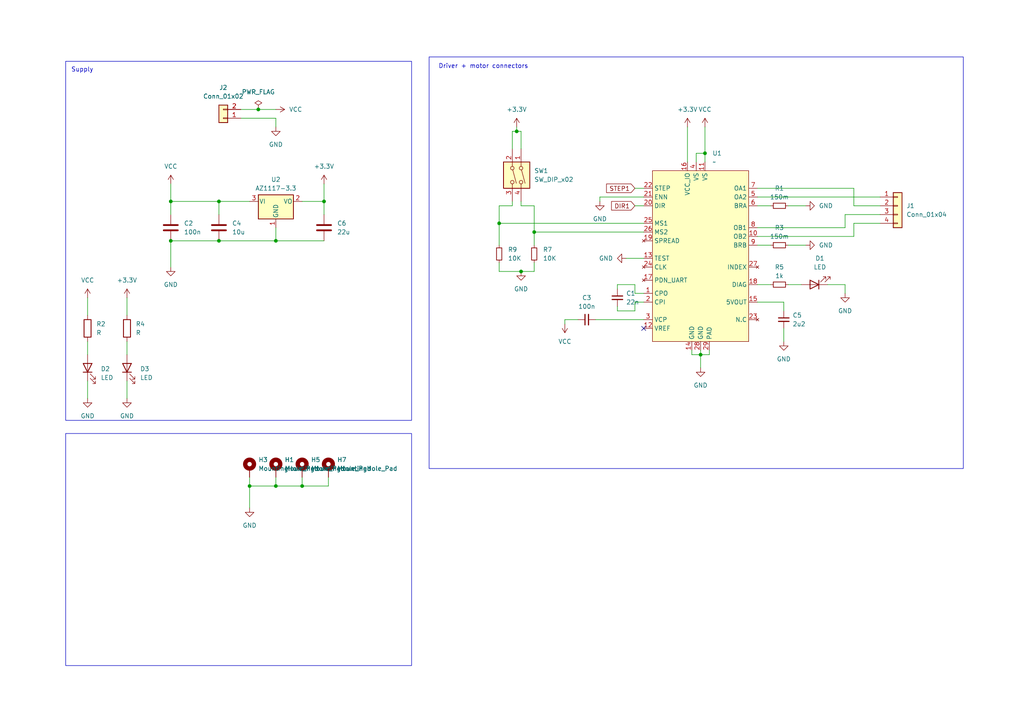
<source format=kicad_sch>
(kicad_sch (version 20250114) (generator "eeschema") (generator_version "9.0")
  (paper "A4")
  (title_block (title "Flynn") (date "21/01/2026"))
  (lib_symbols
    (symbol "Connector_Generic:Conn_01x02" (pin_names (offset 1.016) (hide yes))
      (property "Reference" "J" (at 0 2.54 0))
      (property "Value" "Conn_01x02" (at 0 -5.08 0))
      (symbol "Conn_01x02_1_1"
        (rectangle (start -1.27 1.27) (end 1.27 -3.81) (stroke (width 0.254)) (fill (type background)))
        (rectangle (start -1.27 0.127) (end 0 -0.127) (stroke (width 0.1524)))
        (rectangle (start -1.27 -2.413) (end 0 -2.667) (stroke (width 0.1524)))
        (pin passive line (at -5.08 0 0) (length 3.81) (name "Pin_1") (number "1"))
        (pin passive line (at -5.08 -2.54 0) (length 3.81) (name "Pin_2") (number "2"))
      )
    )
    (symbol "Connector_Generic:Conn_01x04" (pin_names (offset 1.016) (hide yes))
      (property "Reference" "J" (at 0 5.08 0))
      (property "Value" "Conn_01x04" (at 0 -7.62 0))
      (symbol "Conn_01x04_1_1"
        (rectangle (start -1.27 3.81) (end 1.27 -6.35) (stroke (width 0.254)) (fill (type background)))
        (rectangle (start -1.27 2.667) (end 0 2.413) (stroke (width 0.1524)))
        (rectangle (start -1.27 0.127) (end 0 -0.127) (stroke (width 0.1524)))
        (rectangle (start -1.27 -2.413) (end 0 -2.667) (stroke (width 0.1524)))
        (rectangle (start -1.27 -4.953) (end 0 -5.207) (stroke (width 0.1524)))
        (pin passive line (at -5.08 2.54 0) (length 3.81) (name "Pin_1") (number "1"))
        (pin passive line (at -5.08 0 0) (length 3.81) (name "Pin_2") (number "2"))
        (pin passive line (at -5.08 -2.54 0) (length 3.81) (name "Pin_3") (number "3"))
        (pin passive line (at -5.08 -5.08 0) (length 3.81) (name "Pin_4") (number "4"))
      )
    )
    (symbol "Device:C" (pin_numbers (hide yes)) (pin_names (offset 0.254))
      (property "Reference" "C" (at 0.635 2.54 0))
      (property "Value" "C" (at 0.635 -2.54 0))
      (symbol "C_0_1"
        (polyline (pts (xy -2.032 0.762) (xy 2.032 0.762)) (stroke (width 0.508)))
        (polyline (pts (xy -2.032 -0.762) (xy 2.032 -0.762)) (stroke (width 0.508)))
      )
      (symbol "C_1_1"
        (pin passive line (at 0 3.81 270) (length 2.794) (name "~") (number "1"))
        (pin passive line (at 0 -3.81 90) (length 2.794) (name "~") (number "2"))
      )
    )
    (symbol "Device:C_Small" (pin_numbers (hide yes)) (pin_names (offset 0.254) (hide yes))
      (property "Reference" "C" (at 0.254 1.778 0))
      (property "Value" "C_Small" (at 0.254 -2.032 0))
      (symbol "C_Small_0_1"
        (polyline (pts (xy -1.524 0.508) (xy 1.524 0.508)) (stroke (width 0.3048)))
        (polyline (pts (xy -1.524 -0.508) (xy 1.524 -0.508)) (stroke (width 0.3302)))
      )
      (symbol "C_Small_1_1"
        (pin passive line (at 0 2.54 270) (length 2.032) (name "~") (number "1"))
        (pin passive line (at 0 -2.54 90) (length 2.032) (name "~") (number "2"))
      )
    )
    (symbol "Device:LED" (pin_numbers (hide yes)) (pin_names (offset 1.016) (hide yes))
      (property "Reference" "D" (at 0 2.54 0))
      (property "Value" "LED" (at 0 -2.54 0))
      (symbol "LED_0_1"
        (polyline (pts (xy -3.048 -0.762) (xy -4.572 -2.286) (xy -3.81 -2.286) (xy -4.572 -2.286) (xy -4.572 -1.524)))
        (polyline (pts (xy -1.778 -0.762) (xy -3.302 -2.286) (xy -2.54 -2.286) (xy -3.302 -2.286) (xy -3.302 -1.524)))
        (polyline (pts (xy -1.27 0) (xy 1.27 0)))
        (polyline (pts (xy -1.27 -1.27) (xy -1.27 1.27)) (stroke (width 0.254)))
        (polyline (pts (xy 1.27 -1.27) (xy 1.27 1.27) (xy -1.27 0) (xy 1.27 -1.27)) (stroke (width 0.254)))
      )
      (symbol "LED_1_1"
        (pin passive line (at -3.81 0 0) (length 2.54) (name "K") (number "1"))
        (pin passive line (at 3.81 0 180) (length 2.54) (name "A") (number "2"))
      )
    )
    (symbol "Device:R" (pin_numbers (hide yes)) (pin_names (offset 0))
      (property "Reference" "R" (at 2.032 0 90))
      (property "Value" "R" (at 0 0 90))
      (symbol "R_0_1"
        (rectangle (start -1.016 -2.54) (end 1.016 2.54) (stroke (width 0.254)))
      )
      (symbol "R_1_1"
        (pin passive line (at 0 3.81 270) (length 1.27) (name "~") (number "1"))
        (pin passive line (at 0 -3.81 90) (length 1.27) (name "~") (number "2"))
      )
    )
    (symbol "Device:R_Small" (pin_numbers (hide yes)) (pin_names (offset 0.254) (hide yes))
      (property "Reference" "R" (at 0.762 0.508 0))
      (property "Value" "R_Small" (at 0.762 -1.016 0))
      (symbol "R_Small_0_1"
        (rectangle (start -0.762 1.778) (end 0.762 -1.778) (stroke (width 0.2032)))
      )
      (symbol "R_Small_1_1"
        (pin passive line (at 0 2.54 270) (length 0.762) (name "~") (number "1"))
        (pin passive line (at 0 -2.54 90) (length 0.762) (name "~") (number "2"))
      )
    )
    (symbol "Mechanical:MountingHole_Pad" (pin_numbers (hide yes)) (pin_names (offset 1.016) (hide yes))
      (property "Reference" "H" (at 0 6.35 0))
      (property "Value" "MountingHole_Pad" (at 0 4.445 0))
      (symbol "MountingHole_Pad_0_1"
        (circle (center 0 1.27) (radius 1.27) (stroke (width 1.27)))
      )
      (symbol "MountingHole_Pad_1_1"
        (pin input line (at 0 -2.54 90) (length 2.54) (name "1") (number "1"))
      )
    )
    (symbol "Regulator_Linear:AZ1117-3.3" (pin_names (offset 0.254))
      (property "Reference" "U" (at -3.81 3.175 0))
      (property "Value" "AZ1117-3.3" (at 0 3.175 0))
      (symbol "AZ1117-3.3_0_1"
        (rectangle (start -5.08 1.905) (end 5.08 -5.08) (stroke (width 0.254)) (fill (type background)))
      )
      (symbol "AZ1117-3.3_1_1"
        (pin power_in line (at -7.62 0 0) (length 2.54) (name "VI") (number "3"))
        (pin power_in line (at 0 -7.62 90) (length 2.54) (name "GND") (number "1"))
        (pin power_out line (at 7.62 0 180) (length 2.54) (name "VO") (number "2"))
      )
    )
    (symbol "Switch:SW_DIP_x02" (pin_names (offset 0) (hide yes))
      (property "Reference" "SW" (at 0 6.35 0))
      (property "Value" "SW_DIP_x02" (at 0 -3.81 0))
      (symbol "SW_DIP_x02_0_0"
        (circle (center -2.032 2.54) (radius 0.508))
        (circle (center -2.032 0) (radius 0.508))
        (polyline (pts (xy -1.524 2.667) (xy 2.3622 3.7084)))
        (polyline (pts (xy -1.524 0.127) (xy 2.3622 1.1684)))
        (circle (center 2.032 2.54) (radius 0.508))
        (circle (center 2.032 0) (radius 0.508))
      )
      (symbol "SW_DIP_x02_0_1"
        (rectangle (start -3.81 5.08) (end 3.81 -2.54) (stroke (width 0.254)) (fill (type background)))
      )
      (symbol "SW_DIP_x02_1_1"
        (pin passive line (at -7.62 2.54 0) (length 5.08) (name "~") (number "1"))
        (pin passive line (at -7.62 0 0) (length 5.08) (name "~") (number "2"))
        (pin passive line (at 7.62 2.54 180) (length 5.08) (name "~") (number "4"))
        (pin passive line (at 7.62 0 180) (length 5.08) (name "~") (number "3"))
      )
    )
    (symbol "my_lib:TMC2225"
      (property "Reference" "U" (at 13.462 45.212 0))
      (symbol "TMC2225_1_1"
        (rectangle (start -5.08 41.91) (end 22.86 -7.62) (fill (type color) (color 255 255 194 1)))
        (pin input line (at -7.62 36.83 0) (length 2.54) (name "STEP") (number "22"))
        (pin input line (at -7.62 34.29 0) (length 2.54) (name "ENN") (number "21"))
        (pin input line (at -7.62 31.75 0) (length 2.54) (name "DIR") (number "20"))
        (pin input line (at -7.62 26.67 0) (length 2.54) (name "MS1") (number "25"))
        (pin input line (at -7.62 24.13 0) (length 2.54) (name "MS2") (number "26"))
        (pin no_connect line (at -7.62 21.59 0) (length 2.54) (name "SPREAD") (number "19"))
        (pin input line (at -7.62 16.51 0) (length 2.54) (name "TEST") (number "13"))
        (pin no_connect line (at -7.62 13.97 0) (length 2.54) (name "CLK") (number "24"))
        (pin no_connect line (at -7.62 10.16 0) (length 2.54) (name "PDN_UART") (number "17"))
        (pin passive line (at -7.62 6.35 0) (length 2.54) (name "CPO") (number "1"))
        (pin passive line (at -7.62 3.81 0) (length 2.54) (name "CPI") (number "2"))
        (pin passive line (at -7.62 -1.27 0) (length 2.54) (name "VCP") (number "3"))
        (pin input line (at -7.62 -3.81 0) (length 2.54) (name "VREF") (number "12"))
        (pin input line (at 5.08 44.45 270) (length 2.54) (name "VCC_IO") (number "16"))
        (pin input line (at 6.35 -10.16 90) (length 2.54) (name "GND") (number "14"))
        (pin input line (at 7.62 44.45 270) (length 2.54) (name "VS") (number "4"))
        (pin input line (at 8.89 -10.16 90) (length 2.54) (name "GND") (number "28"))
        (pin input line (at 10.16 44.45 270) (length 2.54) (name "VS") (number "11"))
        (pin input line (at 11.43 -10.16 90) (length 2.54) (name "PAD") (number "29"))
        (pin output line (at 25.4 36.83 180) (length 2.54) (name "OA1") (number "7"))
        (pin output line (at 25.4 34.29 180) (length 2.54) (name "OA2") (number "5"))
        (pin output line (at 25.4 31.75 180) (length 2.54) (name "BRA") (number "6"))
        (pin output line (at 25.4 25.4 180) (length 2.54) (name "OB1") (number "8"))
        (pin output line (at 25.4 22.86 180) (length 2.54) (name "OB2") (number "10"))
        (pin output line (at 25.4 20.32 180) (length 2.54) (name "BRB") (number "9"))
        (pin no_connect line (at 25.4 13.97 180) (length 2.54) (name "INDEX") (number "27"))
        (pin output line (at 25.4 8.89 180) (length 2.54) (name "DIAG") (number "18"))
        (pin passive line (at 25.4 3.81 180) (length 2.54) (name "5VOUT") (number "15"))
        (pin no_connect line (at 25.4 -1.27 180) (length 2.54) (name "N.C") (number "23"))
      )
    )
    (symbol "power:+3.3V" (power) (pin_names (offset 0))
      (property "Value" "+3.3V" (at 0 3.556 0))
      (symbol "+3.3V_0_1"
        (polyline (pts (xy -0.762 1.27) (xy 0 2.54)))
        (polyline (pts (xy 0 2.54) (xy 0.762 1.27)))
        (polyline (pts (xy 0 0) (xy 0 2.54)))
      )
      (symbol "+3.3V_1_1"
        (pin power_in line (at 0 0 90) (length 0) (hide yes) (name "+3.3V") (number "1"))
      )
    )
    (symbol "power:GND" (power) (pin_names (offset 0))
      (property "Value" "GND" (at 0 -3.81 0))
      (symbol "GND_0_1"
        (polyline (pts (xy 0 0) (xy 0 -1.27) (xy 1.27 -1.27) (xy 0 -2.54) (xy -1.27 -1.27) (xy 0 -1.27)))
      )
      (symbol "GND_1_1"
        (pin power_in line (at 0 0 270) (length 0) (hide yes) (name "GND") (number "1"))
      )
    )
    (symbol "power:PWR_FLAG" (power) (pin_numbers (hide yes)) (pin_names (offset 0) (hide yes))
      (property "Value" "PWR_FLAG" (at 0 3.81 0))
      (symbol "PWR_FLAG_0_0"
        (pin power_out line (at 0 0 90) (length 0) (name "pwr") (number "1"))
      )
      (symbol "PWR_FLAG_0_1"
        (polyline (pts (xy 0 0) (xy 0 1.27) (xy -1.016 1.905) (xy 0 2.54) (xy 1.016 1.905) (xy 0 1.27)))
      )
    )
    (symbol "power:VCC" (power) (pin_names (offset 0))
      (property "Value" "VCC" (at 0 3.81 0))
      (symbol "VCC_0_1"
        (polyline (pts (xy -0.762 1.27) (xy 0 2.54)))
        (polyline (pts (xy 0 2.54) (xy 0.762 1.27)))
        (polyline (pts (xy 0 0) (xy 0 2.54)))
      )
      (symbol "VCC_1_1"
        (pin power_in line (at 0 0 90) (length 0) (hide yes) (name "VCC") (number "1"))
      )
    )
  )
  (rectangle (start 124.46 16.51) (end 279.4 135.89))
  (rectangle (start 19.05 125.73) (end 119.38 193.04))
  (rectangle (start 19.05 17.78) (end 119.38 121.92))
  (text "Driver + motor connectors\n" (at 140.208 19.304 0) (effects (font (size 1.27 1.27))))
  (text "Supply\n" (at 23.876 20.32 0) (effects (font (size 1.27 1.27))))
  (junction (at 203.2 102.87))
  (junction (at 74.93 31.75))
  (junction (at 87.63 140.97))
  (junction (at 80.01 69.85))
  (junction (at 151.13 78.74))
  (junction (at 144.78 64.77))
  (junction (at 154.94 67.31))
  (junction (at 49.53 69.85))
  (junction (at 63.5 69.85))
  (junction (at 80.01 140.97))
  (junction (at 49.53 58.42))
  (junction (at 63.5 58.42))
  (junction (at 204.47 44.45))
  (junction (at 72.39 140.97))
  (junction (at 93.98 58.42))
  (junction (at 149.86 38.1))
  (no_connect (at 186.69 95.25))
  (wire (pts (xy 36.83 110.49) (xy 36.83 115.57)))
  (wire (pts (xy 186.69 57.15) (xy 173.99 57.15)))
  (wire (pts (xy 93.98 58.42) (xy 93.98 62.23)))
  (wire (pts (xy 151.13 38.1) (xy 149.86 38.1)))
  (wire (pts (xy 49.53 58.42) (xy 49.53 62.23)))
  (wire (pts (xy 219.71 66.04) (xy 245.11 66.04)))
  (wire (pts (xy 219.71 57.15) (xy 255.27 57.15)))
  (wire (pts (xy 247.65 59.69) (xy 255.27 59.69)))
  (wire (pts (xy 201.93 46.99) (xy 201.93 44.45)))
  (wire (pts (xy 80.01 69.85) (xy 93.98 69.85)))
  (wire (pts (xy 154.94 67.31) (xy 154.94 59.69)))
  (wire (pts (xy 148.59 38.1) (xy 149.86 38.1)))
  (wire (pts (xy 63.5 69.85) (xy 80.01 69.85)))
  (wire (pts (xy 49.53 69.85) (xy 49.53 77.47)))
  (wire (pts (xy 186.69 87.63) (xy 184.15 87.63)))
  (wire (pts (xy 204.47 36.83) (xy 204.47 44.45)))
  (wire (pts (xy 205.74 101.6) (xy 205.74 102.87)))
  (wire (pts (xy 25.4 86.36) (xy 25.4 91.44)))
  (wire (pts (xy 219.71 59.69) (xy 223.52 59.69)))
  (wire (pts (xy 228.6 71.12) (xy 233.68 71.12)))
  (wire (pts (xy 201.93 44.45) (xy 204.47 44.45)))
  (wire (pts (xy 186.69 85.09) (xy 184.15 85.09)))
  (wire (pts (xy 149.86 38.1) (xy 149.86 36.83)))
  (wire (pts (xy 144.78 64.77) (xy 144.78 59.69)))
  (wire (pts (xy 154.94 59.69) (xy 151.13 59.69)))
  (wire (pts (xy 228.6 59.69) (xy 233.68 59.69)))
  (wire (pts (xy 25.4 110.49) (xy 25.4 115.57)))
  (wire (pts (xy 151.13 43.18) (xy 151.13 38.1)))
  (wire (pts (xy 87.63 58.42) (xy 93.98 58.42)))
  (wire (pts (xy 144.78 59.69) (xy 148.59 59.69)))
  (wire (pts (xy 199.39 36.83) (xy 199.39 46.99)))
  (wire (pts (xy 179.07 88.9) (xy 179.07 90.17)))
  (wire (pts (xy 80.01 140.97) (xy 87.63 140.97)))
  (wire (pts (xy 204.47 44.45) (xy 204.47 46.99)))
  (wire (pts (xy 179.07 82.55) (xy 179.07 83.82)))
  (wire (pts (xy 228.6 82.55) (xy 232.41 82.55)))
  (wire (pts (xy 95.25 138.43) (xy 95.25 140.97)))
  (wire (pts (xy 25.4 99.06) (xy 25.4 102.87)))
  (wire (pts (xy 87.63 138.43) (xy 87.63 140.97)))
  (wire (pts (xy 247.65 54.61) (xy 247.65 59.69)))
  (wire (pts (xy 184.15 85.09) (xy 184.15 82.55)))
  (wire (pts (xy 181.61 74.93) (xy 186.69 74.93)))
  (wire (pts (xy 184.15 90.17) (xy 179.07 90.17)))
  (wire (pts (xy 63.5 58.42) (xy 49.53 58.42)))
  (wire (pts (xy 151.13 59.69) (xy 151.13 58.42)))
  (wire (pts (xy 144.78 76.2) (xy 144.78 78.74)))
  (wire (pts (xy 167.64 92.71) (xy 163.83 92.71)))
  (wire (pts (xy 80.01 66.04) (xy 80.01 69.85)))
  (wire (pts (xy 154.94 78.74) (xy 154.94 76.2)))
  (wire (pts (xy 36.83 99.06) (xy 36.83 102.87)))
  (wire (pts (xy 205.74 102.87) (xy 203.2 102.87)))
  (wire (pts (xy 80.01 140.97) (xy 72.39 140.97)))
  (wire (pts (xy 200.66 101.6) (xy 200.66 102.87)))
  (wire (pts (xy 184.15 59.69) (xy 186.69 59.69)))
  (wire (pts (xy 173.99 57.15) (xy 173.99 58.42)))
  (wire (pts (xy 72.39 58.42) (xy 63.5 58.42)))
  (wire (pts (xy 72.39 140.97) (xy 72.39 147.32)))
  (wire (pts (xy 172.72 92.71) (xy 186.69 92.71)))
  (wire (pts (xy 49.53 58.42) (xy 49.53 53.34)))
  (wire (pts (xy 245.11 66.04) (xy 245.11 62.23)))
  (wire (pts (xy 49.53 69.85) (xy 63.5 69.85)))
  (wire (pts (xy 144.78 78.74) (xy 151.13 78.74)))
  (wire (pts (xy 144.78 71.12) (xy 144.78 64.77)))
  (wire (pts (xy 227.33 95.25) (xy 227.33 99.06)))
  (wire (pts (xy 63.5 58.42) (xy 63.5 62.23)))
  (wire (pts (xy 245.11 62.23) (xy 255.27 62.23)))
  (wire (pts (xy 184.15 82.55) (xy 179.07 82.55)))
  (wire (pts (xy 80.01 34.29) (xy 80.01 36.83)))
  (wire (pts (xy 80.01 138.43) (xy 80.01 140.97)))
  (wire (pts (xy 87.63 140.97) (xy 95.25 140.97)))
  (wire (pts (xy 151.13 78.74) (xy 154.94 78.74)))
  (wire (pts (xy 148.59 43.18) (xy 148.59 38.1)))
  (wire (pts (xy 245.11 82.55) (xy 245.11 85.09)))
  (wire (pts (xy 72.39 138.43) (xy 72.39 140.97)))
  (wire (pts (xy 93.98 58.42) (xy 93.98 53.34)))
  (wire (pts (xy 219.71 82.55) (xy 223.52 82.55)))
  (wire (pts (xy 247.65 68.58) (xy 247.65 64.77)))
  (wire (pts (xy 184.15 54.61) (xy 186.69 54.61)))
  (wire (pts (xy 184.15 87.63) (xy 184.15 90.17)))
  (wire (pts (xy 36.83 86.36) (xy 36.83 91.44)))
  (wire (pts (xy 240.03 82.55) (xy 245.11 82.55)))
  (wire (pts (xy 154.94 67.31) (xy 186.69 67.31)))
  (wire (pts (xy 203.2 102.87) (xy 203.2 106.68)))
  (wire (pts (xy 227.33 87.63) (xy 227.33 90.17)))
  (wire (pts (xy 163.83 92.71) (xy 163.83 93.98)))
  (wire (pts (xy 219.71 87.63) (xy 227.33 87.63)))
  (wire (pts (xy 200.66 102.87) (xy 203.2 102.87)))
  (wire (pts (xy 154.94 71.12) (xy 154.94 67.31)))
  (wire (pts (xy 203.2 102.87) (xy 203.2 101.6)))
  (wire (pts (xy 148.59 59.69) (xy 148.59 58.42)))
  (wire (pts (xy 144.78 64.77) (xy 186.69 64.77)))
  (wire (pts (xy 69.85 34.29) (xy 80.01 34.29)))
  (wire (pts (xy 219.71 54.61) (xy 247.65 54.61)))
  (wire (pts (xy 69.85 31.75) (xy 74.93 31.75)))
  (wire (pts (xy 247.65 64.77) (xy 255.27 64.77)))
  (wire (pts (xy 74.93 31.75) (xy 80.01 31.75)))
  (wire (pts (xy 219.71 68.58) (xy 247.65 68.58)))
  (wire (pts (xy 219.71 71.12) (xy 223.52 71.12)))
  (global_label "DIR1" (shape input) (at 184.15 59.69 180) (property "Intersheetrefs" "${INTERSHEET_REFS}" (effects (hide yes))))
  (global_label "STEP1" (shape input) (at 184.15 54.61 180) (property "Intersheetrefs" "${INTERSHEET_REFS}" (effects (hide yes))))
  (symbol (lib_id "power:GND") (at 233.68 71.12 90) (unit 1)
    (property "Reference" "#PWR013" (effects (hide yes)))
    (property "Value" "GND" (at 237.49 71.1199 90) (effects (justify right)))
    (property "Description" "Power symbol creates a global label with name \"GND\" , ground" (effects (hide yes)))
  )
  (symbol (lib_id "Device:C") (at 93.98 66.04 0) (unit 1)
    (property "Reference" "C6" (at 97.79 64.7699 0) (effects (justify left)))
    (property "Value" "22u" (at 97.79 67.3099 0) (effects (justify left)))
    (property "Description" "Unpolarized capacitor" (effects (hide yes)))
  )
  (symbol (lib_id "power:VCC") (at 204.47 36.83 0) (unit 1)
    (property "Reference" "#PWR07" (effects (hide yes)))
    (property "Value" "VCC" (at 204.47 31.75 0))
    (property "Description" "Power symbol creates a global label with name \"VCC\"" (effects (hide yes)))
  )
  (symbol (lib_id "Connector_Generic:Conn_01x04") (at 260.35 59.69 0) (unit 1)
    (property "Reference" "J1" (at 262.89 59.6899 0) (effects (justify left)))
    (property "Value" "Conn_01x04" (at 262.89 62.2299 0) (effects (justify left)))
    (property "Description" "Generic connector, single row, 01x04, script generated (kicad-library-utils/schlib/autogen/connector/)" (effects (hide yes)))
  )
  (symbol (lib_id "Device:C_Small") (at 227.33 92.71 0) (unit 1)
    (property "Reference" "C5" (at 229.87 91.4462 0) (effects (justify left)))
    (property "Value" "2u2" (at 229.87 93.9862 0) (effects (justify left)))
    (property "Description" "Unpolarized capacitor, small symbol" (effects (hide yes)))
  )
  (symbol (lib_id "power:GND") (at 233.68 59.69 90) (unit 1)
    (property "Reference" "#PWR011" (effects (hide yes)))
    (property "Value" "GND" (at 237.49 59.6899 90) (effects (justify right)))
    (property "Description" "Power symbol creates a global label with name \"GND\" , ground" (effects (hide yes)))
  )
  (symbol (lib_id "power:+3.3V") (at 36.83 86.36 0) (unit 1)
    (property "Reference" "#PWR018" (effects (hide yes)))
    (property "Value" "+3.3V" (at 36.83 81.28 0))
    (property "Description" "Power symbol creates a global label with name \"+3.3V\"" (effects (hide yes)))
  )
  (symbol (lib_id "power:GND") (at 173.99 58.42 0) (unit 1)
    (property "Reference" "#PWR01" (effects (hide yes)))
    (property "Value" "GND" (at 173.99 63.5 0))
    (property "Description" "Power symbol creates a global label with name \"GND\" , ground" (effects (hide yes)))
  )
  (symbol (lib_id "Device:LED") (at 36.83 106.68 90) (unit 1)
    (property "Reference" "D3" (at 40.64 106.9974 90) (effects (justify right)))
    (property "Value" "LED" (at 40.64 109.5374 90) (effects (justify right)))
    (property "Description" "Light emitting diode" (effects (hide yes)))
  )
  (symbol (lib_id "power:+3.3V") (at 149.86 36.83 0) (unit 1)
    (property "Reference" "#PWR023" (effects (hide yes)))
    (property "Value" "+3.3V" (at 149.86 31.75 0))
    (property "Description" "Power symbol creates a global label with name \"+3.3V\"" (effects (hide yes)))
  )
  (symbol (lib_id "power:VCC") (at 80.01 31.75 270) (unit 1)
    (property "Reference" "#PWR08" (effects (hide yes)))
    (property "Value" "VCC" (at 83.82 31.7499 90) (effects (justify left)))
    (property "Description" "Power symbol creates a global label with name \"VCC\"" (effects (hide yes)))
  )
  (symbol (lib_id "power:GND") (at 245.11 85.09 0) (unit 1)
    (property "Reference" "#PWR015" (effects (hide yes)))
    (property "Value" "GND" (at 245.11 90.17 0))
    (property "Description" "Power symbol creates a global label with name \"GND\" , ground" (effects (hide yes)))
  )
  (symbol (lib_id "power:VCC") (at 49.53 53.34 0) (unit 1)
    (property "Reference" "#PWR04" (effects (hide yes)))
    (property "Value" "VCC" (at 49.53 48.26 0))
    (property "Description" "Power symbol creates a global label with name \"VCC\"" (effects (hide yes)))
  )
  (symbol (lib_id "Device:R") (at 25.4 95.25 0) (unit 1)
    (property "Reference" "R2" (at 27.94 93.9799 0) (effects (justify left)))
    (property "Value" "R" (at 27.94 96.5199 0) (effects (justify left)))
    (property "Description" "Resistor" (effects (hide yes)))
  )
  (symbol (lib_id "power:GND") (at 25.4 115.57 0) (unit 1)
    (property "Reference" "#PWR012" (effects (hide yes)))
    (property "Value" "GND" (at 25.4 120.65 0))
    (property "Description" "Power symbol creates a global label with name \"GND\" , ground" (effects (hide yes)))
  )
  (symbol (lib_id "my_lib:TMC2225") (at 194.31 91.44 0) (unit 1)
    (property "Reference" "U1" (at 206.6133 44.45 0) (effects (justify left)))
    (property "Value" "~" (at 206.6133 46.99 0) (effects (justify left)))
  )
  (symbol (lib_id "Device:C") (at 49.53 66.04 0) (unit 1)
    (property "Reference" "C2" (at 53.34 64.7699 0) (effects (justify left)))
    (property "Value" "100n" (at 53.34 67.3099 0) (effects (justify left)))
    (property "Description" "Unpolarized capacitor" (effects (hide yes)))
  )
  (symbol (lib_id "power:GND") (at 203.2 106.68 0) (unit 1)
    (property "Reference" "#PWR019" (effects (hide yes)))
    (property "Value" "GND" (at 203.2 111.76 0))
    (property "Description" "Power symbol creates a global label with name \"GND\" , ground" (effects (hide yes)))
  )
  (symbol (lib_id "Device:C_Small") (at 170.18 92.71 90) (unit 1)
    (property "Reference" "C3" (at 170.1863 86.36 90))
    (property "Value" "100n" (at 170.1863 88.9 90))
    (property "Description" "Unpolarized capacitor, small symbol" (effects (hide yes)))
  )
  (symbol (lib_id "Device:R") (at 36.83 95.25 0) (unit 1)
    (property "Reference" "R4" (at 39.37 93.9799 0) (effects (justify left)))
    (property "Value" "R" (at 39.37 96.5199 0) (effects (justify left)))
    (property "Description" "Resistor" (effects (hide yes)))
  )
  (symbol (lib_id "Device:C_Small") (at 179.07 86.36 0) (unit 1)
    (property "Reference" "C1" (at 181.61 85.0962 0) (effects (justify left)))
    (property "Value" "22n" (at 181.61 87.6362 0) (effects (justify left)))
    (property "Description" "Unpolarized capacitor, small symbol" (effects (hide yes)))
  )
  (symbol (lib_id "Mechanical:MountingHole_Pad") (at 72.39 135.89 0) (unit 1)
    (property "Reference" "H3" (at 74.93 133.3499 0) (effects (justify left)))
    (property "Value" "MountingHole_Pad" (at 74.93 135.8899 0) (effects (justify left)))
    (property "Description" "Mounting Hole with connection" (effects (hide yes)))
  )
  (symbol (lib_id "Mechanical:MountingHole_Pad") (at 95.25 135.89 0) (unit 1)
    (property "Reference" "H7" (at 97.79 133.3499 0) (effects (justify left)))
    (property "Value" "MountingHole_Pad" (at 97.79 135.8899 0) (effects (justify left)))
    (property "Description" "Mounting Hole with connection" (effects (hide yes)))
  )
  (symbol (lib_id "Switch:SW_DIP_x02") (at 148.59 50.8 270) (unit 1)
    (property "Reference" "SW1" (at 154.94 49.5299 90) (effects (justify left)))
    (property "Value" "SW_DIP_x02" (at 154.94 52.0699 90) (effects (justify left)))
    (property "Description" "2x DIP Switch, Single Pole Single Throw (SPST) switch, small symbol" (effects (hide yes)))
  )
  (symbol (lib_id "Device:R_Small") (at 226.06 71.12 90) (unit 1)
    (property "Reference" "R3" (at 226.06 66.04 90))
    (property "Value" "150m" (at 226.06 68.58 90))
    (property "Description" "Resistor, small symbol" (effects (hide yes)))
  )
  (symbol (lib_id "power:+3.3V") (at 93.98 53.34 0) (unit 1)
    (property "Reference" "#PWR06" (effects (hide yes)))
    (property "Value" "+3.3V" (at 93.98 48.26 0))
    (property "Description" "Power symbol creates a global label with name \"+3.3V\"" (effects (hide yes)))
  )
  (symbol (lib_id "power:GND") (at 72.39 147.32 0) (unit 1)
    (property "Reference" "#PWR045" (effects (hide yes)))
    (property "Value" "GND" (at 72.39 152.4 0))
    (property "Description" "Power symbol creates a global label with name \"GND\" , ground" (effects (hide yes)))
  )
  (symbol (lib_id "Mechanical:MountingHole_Pad") (at 87.63 135.89 0) (unit 1)
    (property "Reference" "H5" (at 90.17 133.3499 0) (effects (justify left)))
    (property "Value" "MountingHole_Pad" (at 90.17 135.8899 0) (effects (justify left)))
    (property "Description" "Mounting Hole with connection" (effects (hide yes)))
  )
  (symbol (lib_id "Mechanical:MountingHole_Pad") (at 80.01 135.89 0) (unit 1)
    (property "Reference" "H1" (at 82.55 133.3499 0) (effects (justify left)))
    (property "Value" "MountingHole_Pad" (at 82.55 135.8899 0) (effects (justify left)))
    (property "Description" "Mounting Hole with connection" (effects (hide yes)))
  )
  (symbol (lib_id "power:GND") (at 36.83 115.57 0) (unit 1)
    (property "Reference" "#PWR014" (effects (hide yes)))
    (property "Value" "GND" (at 36.83 120.65 0))
    (property "Description" "Power symbol creates a global label with name \"GND\" , ground" (effects (hide yes)))
  )
  (symbol (lib_id "power:GND") (at 181.61 74.93 270) (unit 1)
    (property "Reference" "#PWR03" (effects (hide yes)))
    (property "Value" "GND" (at 177.8 74.9299 90) (effects (justify right)))
    (property "Description" "Power symbol creates a global label with name \"GND\" , ground" (effects (hide yes)))
  )
  (symbol (lib_id "Device:R_Small") (at 226.06 59.69 90) (unit 1)
    (property "Reference" "R1" (at 226.06 54.61 90))
    (property "Value" "150m" (at 226.06 57.15 90))
    (property "Description" "Resistor, small symbol" (effects (hide yes)))
  )
  (symbol (lib_id "power:PWR_FLAG") (at 74.93 31.75 0) (unit 1)
    (property "Reference" "#FLG01" (effects (hide yes)))
    (property "Value" "PWR_FLAG" (at 74.93 26.67 0))
    (property "Description" "Special symbol for telling ERC where power comes from" (effects (hide yes)))
  )
  (symbol (lib_id "power:GND") (at 49.53 77.47 0) (unit 1)
    (property "Reference" "#PWR02" (effects (hide yes)))
    (property "Value" "GND" (at 49.53 82.55 0))
    (property "Description" "Power symbol creates a global label with name \"GND\" , ground" (effects (hide yes)))
  )
  (symbol (lib_id "power:GND") (at 227.33 99.06 0) (unit 1)
    (property "Reference" "#PWR017" (effects (hide yes)))
    (property "Value" "GND" (at 227.33 104.14 0))
    (property "Description" "Power symbol creates a global label with name \"GND\" , ground" (effects (hide yes)))
  )
  (symbol (lib_id "Connector_Generic:Conn_01x02") (at 64.77 34.29 180) (unit 1)
    (property "Reference" "J2" (at 64.77 25.4 0))
    (property "Value" "Conn_01x02" (at 64.77 27.94 0))
    (property "Description" "Generic connector, single row, 01x02, script generated (kicad-library-utils/schlib/autogen/connector/)" (effects (hide yes)))
  )
  (symbol (lib_id "Device:LED") (at 236.22 82.55 180) (unit 1)
    (property "Reference" "D1" (at 237.8075 74.93 0))
    (property "Value" "LED" (at 237.8075 77.47 0))
    (property "Description" "Light emitting diode" (effects (hide yes)))
  )
  (symbol (lib_id "Regulator_Linear:AZ1117-3.3") (at 80.01 58.42 0) (unit 1)
    (property "Reference" "U2" (at 80.01 52.07 0))
    (property "Value" "AZ1117-3.3" (at 80.01 54.61 0))
    (property "Datasheet" "https://www.diodes.com/assets/Datasheets/AZ1117.pdf" (effects (hide yes)))
    (property "Description" "1A 20V Fixed LDO Linear Regulator, 3.3V, SOT-89/SOT-223/TO-220/TO-252/TO-263" (effects (hide yes)))
  )
  (symbol (lib_id "power:+3.3V") (at 199.39 36.83 0) (unit 1)
    (property "Reference" "#PWR09" (effects (hide yes)))
    (property "Value" "+3.3V" (at 199.39 31.75 0))
    (property "Description" "Power symbol creates a global label with name \"+3.3V\"" (effects (hide yes)))
  )
  (symbol (lib_id "Device:R_Small") (at 226.06 82.55 90) (unit 1)
    (property "Reference" "R5" (at 226.06 77.47 90))
    (property "Value" "1k" (at 226.06 80.01 90))
    (property "Description" "Resistor, small symbol" (effects (hide yes)))
  )
  (symbol (lib_id "Device:R_Small") (at 154.94 73.66 0) (unit 1)
    (property "Reference" "R7" (at 157.48 72.3899 0) (effects (justify left)))
    (property "Value" "10K" (at 157.48 74.9299 0) (effects (justify left)))
    (property "Description" "Resistor, small symbol" (effects (hide yes)))
  )
  (symbol (lib_id "power:GND") (at 151.13 78.74 0) (unit 1)
    (property "Reference" "#PWR021" (effects (hide yes)))
    (property "Value" "GND" (at 151.13 83.82 0))
    (property "Description" "Power symbol creates a global label with name \"GND\" , ground" (effects (hide yes)))
  )
  (symbol (lib_id "power:VCC") (at 25.4 86.36 0) (unit 1)
    (property "Reference" "#PWR016" (effects (hide yes)))
    (property "Value" "VCC" (at 25.4 81.28 0))
    (property "Description" "Power symbol creates a global label with name \"VCC\"" (effects (hide yes)))
  )
  (symbol (lib_id "power:GND") (at 80.01 36.83 0) (unit 1)
    (property "Reference" "#PWR010" (effects (hide yes)))
    (property "Value" "GND" (at 80.01 41.91 0))
    (property "Description" "Power symbol creates a global label with name \"GND\" , ground" (effects (hide yes)))
  )
  (symbol (lib_id "Device:C") (at 63.5 66.04 0) (unit 1)
    (property "Reference" "C4" (at 67.31 64.7699 0) (effects (justify left)))
    (property "Value" "10u" (at 67.31 67.3099 0) (effects (justify left)))
    (property "Description" "Unpolarized capacitor" (effects (hide yes)))
  )
  (symbol (lib_id "Device:LED") (at 25.4 106.68 90) (unit 1)
    (property "Reference" "D2" (at 29.21 106.9974 90) (effects (justify right)))
    (property "Value" "LED" (at 29.21 109.5374 90) (effects (justify right)))
    (property "Description" "Light emitting diode" (effects (hide yes)))
  )
  (symbol (lib_id "power:VCC") (at 163.83 93.98 180) (unit 1)
    (property "Reference" "#PWR05" (effects (hide yes)))
    (property "Value" "VCC" (at 163.83 99.06 0))
    (property "Description" "Power symbol creates a global label with name \"VCC\"" (effects (hide yes)))
  )
  (symbol (lib_id "Device:R_Small") (at 144.78 73.66 0) (unit 1)
    (property "Reference" "R9" (at 147.32 72.3899 0) (effects (justify left)))
    (property "Value" "10K" (at 147.32 74.9299 0) (effects (justify left)))
    (property "Description" "Resistor, small symbol" (effects (hide yes)))
  )
)
</source>
